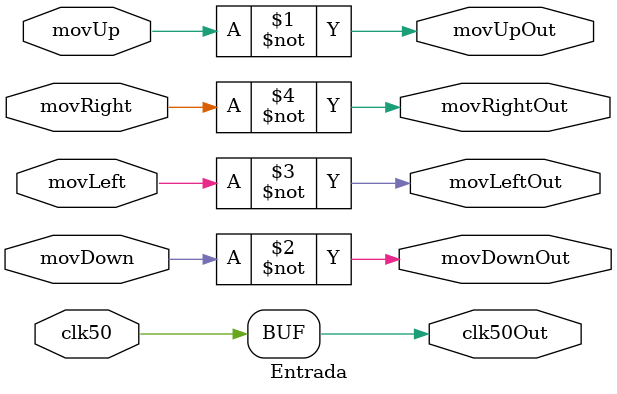
<source format=v>
module Entrada (
    input wire clk50,
    input wire movUp, movDown, movLeft, movRight,

    output wire clk50Out,
    output wire movUpOut, movDownOut, movLeftOut, movRightOut
);

assign clk50Out = clk50;

assign movUpOut = ~movUp;
assign movDownOut = ~movDown;
assign movLeftOut = ~movLeft;
assign movRightOut = ~movRight;
    
endmodule
</source>
